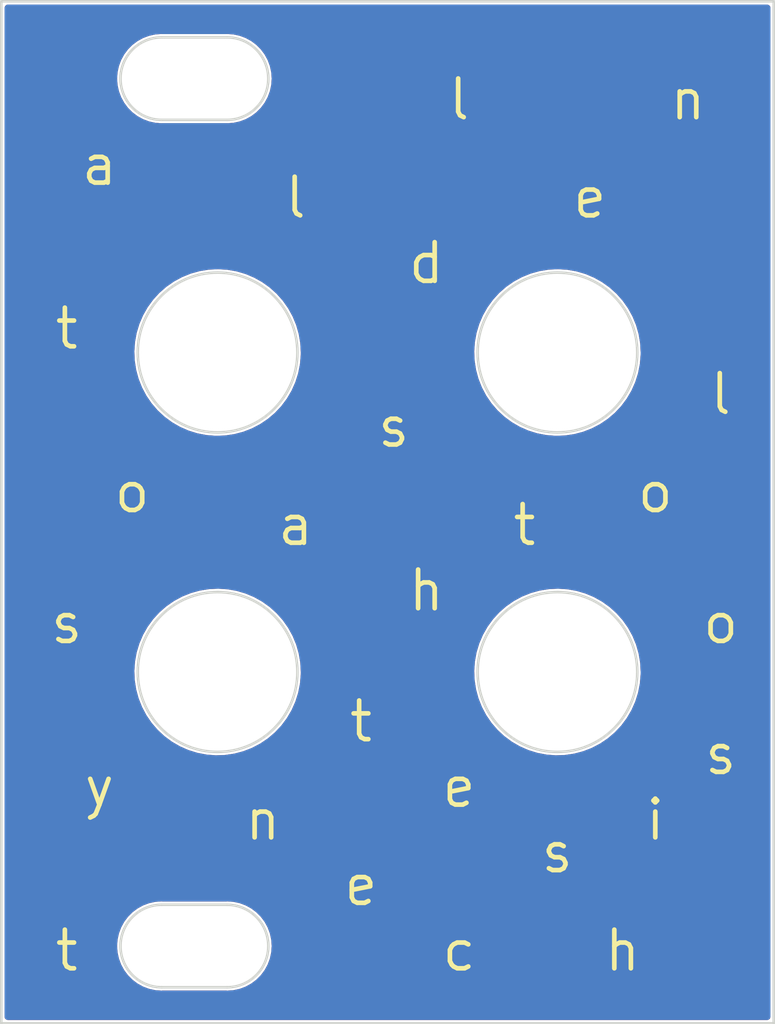
<source format=kicad_pcb>
(kicad_pcb (version 20211014) (generator pcbnew)

  (general
    (thickness 1.6)
  )

  (paper "A4")
  (layers
    (0 "F.Cu" signal)
    (31 "B.Cu" signal)
    (32 "B.Adhes" user "B.Adhesive")
    (33 "F.Adhes" user "F.Adhesive")
    (34 "B.Paste" user)
    (35 "F.Paste" user)
    (36 "B.SilkS" user "B.Silkscreen")
    (37 "F.SilkS" user "F.Silkscreen")
    (38 "B.Mask" user)
    (39 "F.Mask" user)
    (40 "Dwgs.User" user "User.Drawings")
    (41 "Cmts.User" user "User.Comments")
    (42 "Eco1.User" user "User.Eco1")
    (43 "Eco2.User" user "User.Eco2")
    (44 "Edge.Cuts" user)
    (45 "Margin" user)
    (46 "B.CrtYd" user "B.Courtyard")
    (47 "F.CrtYd" user "F.Courtyard")
    (48 "B.Fab" user)
    (49 "F.Fab" user)
    (50 "User.1" user)
    (51 "User.2" user)
    (52 "User.3" user)
    (53 "User.4" user)
    (54 "User.5" user)
    (55 "User.6" user)
    (56 "User.7" user)
    (57 "User.8" user)
    (58 "User.9" user)
  )

  (setup
    (pad_to_mask_clearance 0)
    (pcbplotparams
      (layerselection 0x00010fc_ffffffff)
      (disableapertmacros false)
      (usegerberextensions false)
      (usegerberattributes true)
      (usegerberadvancedattributes true)
      (creategerberjobfile true)
      (svguseinch false)
      (svgprecision 6)
      (excludeedgelayer true)
      (plotframeref false)
      (viasonmask false)
      (mode 1)
      (useauxorigin false)
      (hpglpennumber 1)
      (hpglpenspeed 20)
      (hpglpendiameter 15.000000)
      (dxfpolygonmode true)
      (dxfimperialunits true)
      (dxfusepcbnewfont true)
      (psnegative false)
      (psa4output false)
      (plotreference true)
      (plotvalue true)
      (plotinvisibletext false)
      (sketchpadsonfab false)
      (subtractmaskfromsilk false)
      (outputformat 1)
      (mirror false)
      (drillshape 0)
      (scaleselection 1)
      (outputdirectory "./")
    )
  )

  (net 0 "")

  (gr_circle (center 8.4 13.625) (end 11.5 13.625) (layer "Edge.Cuts") (width 0.1) (fill none) (tstamp 03b21780-41fc-412f-9634-726d758979eb))
  (gr_circle (center 8.4 26.02) (end 11.5 26.02) (layer "Edge.Cuts") (width 0.1) (fill none) (tstamp 092e7d37-8400-4bb1-b982-de410524d5ad))
  (gr_circle (center 21.6 13.625) (end 24.7 13.625) (layer "Edge.Cuts") (width 0.1) (fill none) (tstamp 1436a783-6564-4cf1-b04a-2e5a11e5eb64))
  (gr_line (start 8.77 1.4) (end 6.23 1.4) (layer "Edge.Cuts") (width 0.1) (tstamp 325ed895-5487-4db3-a885-9f6364ea8820))
  (gr_arc (start 6.23 4.6) (mid 4.63 3) (end 6.23 1.4) (layer "Edge.Cuts") (width 0.1) (tstamp 34fd4f0d-8a0e-4c87-9735-a2f8fb0669c5))
  (gr_line (start 8.77 35.05) (end 6.23 35.05) (layer "Edge.Cuts") (width 0.1) (tstamp 3a582103-5d4e-4956-acc4-e64fc6bb88a2))
  (gr_circle (center 21.6 26.02) (end 24.7 26.02) (layer "Edge.Cuts") (width 0.1) (fill none) (tstamp 877b6e9e-21db-4423-88dd-5713442699de))
  (gr_rect (start 0 0) (end 30 39.65) (layer "Edge.Cuts") (width 0.1) (fill none) (tstamp a3acb1a5-1a94-45cb-a7eb-6abc9d5b9709))
  (gr_arc (start 6.23 38.25) (mid 4.63 36.65) (end 6.23 35.05) (layer "Edge.Cuts") (width 0.1) (tstamp a7ca47dd-1151-4851-9fda-27a9e4aedeb2))
  (gr_arc (start 8.77 1.4) (mid 10.37 3) (end 8.77 4.6) (layer "Edge.Cuts") (width 0.1) (tstamp aea8ebdd-24cc-48f6-a569-93b1b6a74142))
  (gr_arc (start 8.77 35.05) (mid 10.37 36.65) (end 8.77 38.25) (layer "Edge.Cuts") (width 0.1) (tstamp d8c36ddf-4b24-4ec0-a65d-ca2a7692767a))
  (gr_line (start 8.77 38.25) (end 6.23 38.25) (layer "Edge.Cuts") (width 0.1) (tstamp dfd57df2-9b3d-44b7-940b-2891e33c9b91))
  (gr_line (start 8.77 4.6) (end 6.23 4.6) (layer "Edge.Cuts") (width 0.1) (tstamp f59167db-872b-4b99-80b8-512ed5d5cee0))
  (gr_text "n" (at 10.16 31.75) (layer "F.SilkS") (tstamp 00933cba-ec0d-4aa1-abc9-1cfc51f01a16)
    (effects (font (size 1.5 1.5) (thickness 0.18)))
  )
  (gr_text "o" (at 5.08 19.05) (layer "F.SilkS") (tstamp 0847b7d3-501a-4c52-b4e0-7f51a1d59aa6)
    (effects (font (size 1.5 1.5) (thickness 0.18)))
  )
  (gr_text "t" (at 13.97 27.94) (layer "F.SilkS") (tstamp 13f15df1-85d9-427e-adf4-63f682b8c906)
    (effects (font (size 1.5 1.5) (thickness 0.18)))
  )
  (gr_text "h" (at 16.51 22.86) (layer "F.SilkS") (tstamp 1c26b2a1-6180-4d81-82a0-b957aec51ced)
    (effects (font (size 1.5 1.5) (thickness 0.18)))
  )
  (gr_text "t" (at 2.54 36.83) (layer "F.SilkS") (tstamp 1ceca03a-f8f2-4010-b86d-48b676d933ec)
    (effects (font (size 1.5 1.5) (thickness 0.18)))
  )
  (gr_text "n" (at 26.67 3.81) (layer "F.SilkS") (tstamp 1efa2a2c-3448-4385-898c-4c1577e22b00)
    (effects (font (size 1.5 1.5) (thickness 0.18)))
  )
  (gr_text "a" (at 11.43 20.32) (layer "F.SilkS") (tstamp 21da7366-3f36-493d-89e0-e98b2adb8e26)
    (effects (font (size 1.5 1.5) (thickness 0.18)))
  )
  (gr_text "t" (at 2.54 12.7) (layer "F.SilkS") (tstamp 25022057-82b0-4c49-907e-d0a6b68009ef)
    (effects (font (size 1.5 1.5) (thickness 0.18)))
  )
  (gr_text "d" (at 16.51 10.16) (layer "F.SilkS") (tstamp 2f3f5b11-727e-43bc-a8ae-a4a5ff1e54ca)
    (effects (font (size 1.5 1.5) (thickness 0.18)))
  )
  (gr_text "h" (at 24.13 36.83) (layer "F.SilkS") (tstamp 448ff7ec-6a16-4e42-9b2d-0967b95502fd)
    (effects (font (size 1.5 1.5) (thickness 0.18)))
  )
  (gr_text "s" (at 2.54 24.13) (layer "F.SilkS") (tstamp 44aa47bd-365c-4577-80d5-7553d9d014dc)
    (effects (font (size 1.5 1.5) (thickness 0.18)))
  )
  (gr_text "t" (at 20.32 20.32) (layer "F.SilkS") (tstamp 4b538ba0-8484-4041-a896-1e2e6185831e)
    (effects (font (size 1.5 1.5) (thickness 0.18)))
  )
  (gr_text "i" (at 25.4 31.75) (layer "F.SilkS") (tstamp 50fbe0e6-6963-4046-a119-94555949febb)
    (effects (font (size 1.5 1.5) (thickness 0.18)))
  )
  (gr_text "e" (at 13.97 34.29) (layer "F.SilkS") (tstamp 54ded1e9-f0ba-4d23-8aa1-228fbd364775)
    (effects (font (size 1.5 1.5) (thickness 0.18)))
  )
  (gr_text "y\n" (at 3.81 30.48) (layer "F.SilkS") (tstamp 6eaea755-9b7d-4dde-a2b7-732ecc73818f)
    (effects (font (size 1.5 1.5) (thickness 0.18)))
  )
  (gr_text "a" (at 3.81 6.35) (layer "F.SilkS") (tstamp 7398263b-8990-41fb-907f-d10d18bfa2f0)
    (effects (font (size 1.5 1.5) (thickness 0.18)))
  )
  (gr_text "s" (at 21.59 33.02) (layer "F.SilkS") (tstamp 7932276f-e466-46ab-8dd0-14c93ec225da)
    (effects (font (size 1.5 1.5) (thickness 0.18)))
  )
  (gr_text "l" (at 17.78 3.81) (layer "F.SilkS") (tstamp 84dacc7f-a77b-42d8-9b09-c921bef5b098)
    (effects (font (size 1.5 1.5) (thickness 0.18)))
  )
  (gr_text "l" (at 27.94 15.24) (layer "F.SilkS") (tstamp 917b6e14-70e8-4470-948d-730eec027d80)
    (effects (font (size 1.5 1.5) (thickness 0.18)))
  )
  (gr_text "e" (at 17.78 30.48) (layer "F.SilkS") (tstamp 92a25898-49c8-4de4-8b88-e267422fab0f)
    (effects (font (size 1.5 1.5) (thickness 0.18)))
  )
  (gr_text "o" (at 27.94 24.13) (layer "F.SilkS") (tstamp 9d05a6cf-a6f3-4790-ad14-ba1a64d0a8b7)
    (effects (font (size 1.5 1.5) (thickness 0.18)))
  )
  (gr_text "e" (at 22.86 7.62) (layer "F.SilkS") (tstamp cc72aed2-4aae-4bd8-a39d-953a894a4e46)
    (effects (font (size 1.5 1.5) (thickness 0.18)))
  )
  (gr_text "c" (at 17.78 36.83) (layer "F.SilkS") (tstamp db44d871-451d-45a4-8ac9-c1e4ae35d5cf)
    (effects (font (size 1.5 1.5) (thickness 0.18)))
  )
  (gr_text "s" (at 15.24 16.51) (layer "F.SilkS") (tstamp dc55ab87-7038-450c-89c4-b7d128d6f5bd)
    (effects (font (size 1.5 1.5) (thickness 0.18)))
  )
  (gr_text "o" (at 25.4 19.05) (layer "F.SilkS") (tstamp e5884003-4a8e-4f88-b334-0ec9eea462f4)
    (effects (font (size 1.5 1.5) (thickness 0.18)))
  )
  (gr_text "l" (at 11.43 7.62) (layer "F.SilkS") (tstamp f8d6de01-495e-41db-8881-c56f47d6e1ab)
    (effects (font (size 1.5 1.5) (thickness 0.18)))
  )
  (gr_text "s" (at 27.94 29.21) (layer "F.SilkS") (tstamp fa85ff52-f8a9-411b-96ae-708e326d7701)
    (effects (font (size 1.5 1.5) (thickness 0.18)))
  )

  (zone (net 0) (net_name "") (layers F&B.Cu) (tstamp a8f1073b-46c5-443e-8c2f-c44fa76db77e) (hatch edge 0.508)
    (connect_pads (clearance 0.127))
    (min_thickness 0.254) (filled_areas_thickness no)
    (fill yes (thermal_gap 0.508) (thermal_bridge_width 0.508))
    (polygon
      (pts
        (xy 30 39.65)
        (xy 0 39.65)
        (xy 0 0)
        (xy 30 0)
      )
    )
    (filled_polygon
      (layer "F.Cu")
      (island)
      (pts
        (xy 29.815121 0.147002)
        (xy 29.861614 0.200658)
        (xy 29.873 0.253)
        (xy 29.873 39.397)
        (xy 29.852998 39.465121)
        (xy 29.799342 39.511614)
        (xy 29.747 39.523)
        (xy 0.253 39.523)
        (xy 0.184879 39.502998)
        (xy 0.138386 39.449342)
        (xy 0.127 39.397)
        (xy 0.127 36.65)
        (xy 4.498589 36.65)
        (xy 4.516212 36.896405)
        (xy 4.517168 36.900799)
        (xy 4.561629 37.105182)
        (xy 4.568723 37.137795)
        (xy 4.57029 37.141997)
        (xy 4.570292 37.142003)
        (xy 4.636208 37.318728)
        (xy 4.655053 37.369254)
        (xy 4.657207 37.373198)
        (xy 4.657208 37.373201)
        (xy 4.751653 37.546164)
        (xy 4.773444 37.586071)
        (xy 4.776145 37.589679)
        (xy 4.918789 37.78023)
        (xy 4.918795 37.780237)
        (xy 4.921487 37.783833)
        (xy 5.096167 37.958513)
        (xy 5.099763 37.961205)
        (xy 5.09977 37.961211)
        (xy 5.219589 38.050906)
        (xy 5.293929 38.106556)
        (xy 5.510746 38.224947)
        (xy 5.514958 38.226518)
        (xy 5.737997 38.309708)
        (xy 5.738003 38.30971)
        (xy 5.742205 38.311277)
        (xy 5.746591 38.312231)
        (xy 5.746594 38.312232)
        (xy 5.889602 38.343341)
        (xy 5.983595 38.363788)
        (xy 6.229649 38.381386)
        (xy 6.23 38.38148)
        (xy 6.246018 38.377188)
        (xy 6.261887 38.377187)
        (xy 6.263308 38.377)
        (xy 8.736692 38.377)
        (xy 8.738113 38.377187)
        (xy 8.753982 38.377188)
        (xy 8.77 38.38148)
        (xy 8.770351 38.381386)
        (xy 8.788852 38.380063)
        (xy 8.788853 38.380063)
        (xy 9.011917 38.364109)
        (xy 9.016405 38.363788)
        (xy 9.110398 38.343341)
        (xy 9.253406 38.312232)
        (xy 9.253409 38.312231)
        (xy 9.257795 38.311277)
        (xy 9.261997 38.30971)
        (xy 9.262003 38.309708)
        (xy 9.485042 38.226518)
        (xy 9.489254 38.224947)
        (xy 9.706071 38.106556)
        (xy 9.780411 38.050906)
        (xy 9.90023 37.961211)
        (xy 9.900237 37.961205)
        (xy 9.903833 37.958513)
        (xy 10.078513 37.783833)
        (xy 10.081205 37.780237)
        (xy 10.081211 37.78023)
        (xy 10.223855 37.589679)
        (xy 10.226556 37.586071)
        (xy 10.248347 37.546164)
        (xy 10.342792 37.373201)
        (xy 10.342793 37.373198)
        (xy 10.344947 37.369254)
        (xy 10.363792 37.318728)
        (xy 10.429708 37.142003)
        (xy 10.42971 37.141997)
        (xy 10.431277 37.137795)
        (xy 10.438372 37.105182)
        (xy 10.482832 36.900799)
        (xy 10.483788 36.896405)
        (xy 10.501411 36.65)
        (xy 10.483788 36.403595)
        (xy 10.463341 36.309602)
        (xy 10.432232 36.166594)
        (xy 10.432231 36.166591)
        (xy 10.431277 36.162205)
        (xy 10.42971 36.158003)
        (xy 10.429708 36.157997)
        (xy 10.346518 35.934958)
        (xy 10.344947 35.930746)
        (xy 10.264923 35.784192)
        (xy 10.228715 35.717883)
        (xy 10.226556 35.713929)
        (xy 10.147582 35.608432)
        (xy 10.081211 35.51977)
        (xy 10.081205 35.519763)
        (xy 10.078513 35.516167)
        (xy 9.903833 35.341487)
        (xy 9.900237 35.338795)
        (xy 9.90023 35.338789)
        (xy 9.709679 35.196145)
        (xy 9.70968 35.196145)
        (xy 9.706071 35.193444)
        (xy 9.489254 35.075053)
        (xy 9.485042 35.073482)
        (xy 9.262003 34.990292)
        (xy 9.261997 34.99029)
        (xy 9.257795 34.988723)
        (xy 9.253409 34.987769)
        (xy 9.253406 34.987768)
        (xy 9.110398 34.956659)
        (xy 9.016405 34.936212)
        (xy 8.770351 34.918614)
        (xy 8.77 34.91852)
        (xy 8.753982 34.922812)
        (xy 8.738113 34.922813)
        (xy 8.736692 34.923)
        (xy 6.263308 34.923)
        (xy 6.261887 34.922813)
        (xy 6.246018 34.922812)
        (xy 6.23 34.91852)
        (xy 6.229649 34.918614)
        (xy 6.211148 34.919937)
        (xy 6.211147 34.919937)
        (xy 5.988083 34.935891)
        (xy 5.983595 34.936212)
        (xy 5.889602 34.956659)
        (xy 5.746594 34.987768)
        (xy 5.746591 34.987769)
        (xy 5.742205 34.988723)
        (xy 5.738003 34.99029)
        (xy 5.737997 34.990292)
        (xy 5.514958 35.073482)
        (xy 5.510746 35.075053)
        (xy 5.293929 35.193444)
        (xy 5.29032 35.196145)
        (xy 5.290321 35.196145)
        (xy 5.09977 35.338789)
        (xy 5.099763 35.338795)
        (xy 5.096167 35.341487)
        (xy 4.921487 35.516167)
        (xy 4.918795 35.519763)
        (xy 4.918789 35.51977)
        (xy 4.852418 35.608432)
        (xy 4.773444 35.713929)
        (xy 4.771285 35.717883)
        (xy 4.735078 35.784192)
        (xy 4.655053 35.930746)
        (xy 4.653482 35.934958)
        (xy 4.570292 36.157997)
        (xy 4.57029 36.158003)
        (xy 4.568723 36.162205)
        (xy 4.567769 36.166591)
        (xy 4.567768 36.166594)
        (xy 4.536659 36.309602)
        (xy 4.516212 36.403595)
        (xy 4.498589 36.65)
        (xy 0.127 36.65)
        (xy 0.127 25.974873)
        (xy 5.16823 25.974873)
        (xy 5.18334 26.335396)
        (xy 5.238544 26.691988)
        (xy 5.333152 27.040205)
        (xy 5.465986 27.375705)
        (xy 5.467632 27.378801)
        (xy 5.467634 27.378805)
        (xy 5.633741 27.691206)
        (xy 5.63539 27.694307)
        (xy 5.637375 27.697206)
        (xy 5.837262 27.989134)
        (xy 5.837267 27.98914)
        (xy 5.839253 27.992041)
        (xy 6.075033 28.265195)
        (xy 6.339791 28.510364)
        (xy 6.630229 28.724493)
        (xy 6.633266 28.726247)
        (xy 6.63327 28.726249)
        (xy 6.798992 28.821929)
        (xy 6.942725 28.904913)
        (xy 6.945946 28.90632)
        (xy 7.270164 29.047968)
        (xy 7.270174 29.047972)
        (xy 7.273386 29.049375)
        (xy 7.276743 29.050414)
        (xy 7.276748 29.050416)
        (xy 7.614728 29.155038)
        (xy 7.618088 29.156078)
        (xy 7.621544 29.156737)
        (xy 7.621543 29.156737)
        (xy 7.969085 29.223035)
        (xy 7.969091 29.223036)
        (xy 7.972536 29.223693)
        (xy 8.211187 29.242056)
        (xy 8.328815 29.251107)
        (xy 8.328816 29.251107)
        (xy 8.332312 29.251376)
        (xy 8.557744 29.243504)
        (xy 8.689417 29.238906)
        (xy 8.689422 29.238906)
        (xy 8.692932 29.238783)
        (xy 8.871416 29.212427)
        (xy 9.046422 29.186584)
        (xy 9.046427 29.186583)
        (xy 9.049901 29.18607)
        (xy 9.053293 29.185174)
        (xy 9.053297 29.185173)
        (xy 9.395378 29.094792)
        (xy 9.395379 29.094792)
        (xy 9.398769 29.093896)
        (xy 9.735189 28.963407)
        (xy 10.054966 28.796231)
        (xy 10.354116 28.594452)
        (xy 10.628909 28.360585)
        (xy 10.657246 28.330409)
        (xy 10.87351 28.100112)
        (xy 10.873514 28.100107)
        (xy 10.875921 28.097544)
        (xy 10.878026 28.09473)
        (xy 10.878032 28.094723)
        (xy 11.089963 27.811428)
        (xy 11.092072 27.808609)
        (xy 11.274669 27.497379)
        (xy 11.421436 27.167736)
        (xy 11.530543 26.823787)
        (xy 11.600631 26.469819)
        (xy 11.630825 26.110245)
        (xy 11.632085 26.02)
        (xy 11.62976 25.9784)
        (xy 11.629563 25.974873)
        (xy 18.36823 25.974873)
        (xy 18.38334 26.335396)
        (xy 18.438544 26.691988)
        (xy 18.533152 27.040205)
        (xy 18.665986 27.375705)
        (xy 18.667632 27.378801)
        (xy 18.667634 27.378805)
        (xy 18.833741 27.691206)
        (xy 18.83539 27.694307)
        (xy 18.837375 27.697206)
        (xy 19.037262 27.989134)
        (xy 19.037267 27.98914)
        (xy 19.039253 27.992041)
        (xy 19.275033 28.265195)
        (xy 19.539791 28.510364)
        (xy 19.830229 28.724493)
        (xy 19.833266 28.726247)
        (xy 19.83327 28.726249)
        (xy 19.998992 28.821929)
        (xy 20.142725 28.904913)
        (xy 20.145946 28.90632)
        (xy 20.470164 29.047968)
        (xy 20.470174 29.047972)
        (xy 20.473386 29.049375)
        (xy 20.476743 29.050414)
        (xy 20.476748 29.050416)
        (xy 20.814728 29.155038)
        (xy 20.818088 29.156078)
        (xy 20.821544 29.156737)
        (xy 20.821543 29.156737)
        (xy 21.169085 29.223035)
        (xy 21.169091 29.223036)
        (xy 21.172536 29.223693)
        (xy 21.411187 29.242056)
        (xy 21.528815 29.251107)
        (xy 21.528816 29.251107)
        (xy 21.532312 29.251376)
        (xy 21.757744 29.243504)
        (xy 21.889417 29.238906)
        (xy 21.889422 29.238906)
        (xy 21.892932 29.238783)
        (xy 22.071416 29.212427)
        (xy 22.246422 29.186584)
        (xy 22.246427 29.186583)
        (xy 22.249901 29.18607)
        (xy 22.253293 29.185174)
        (xy 22.253297 29.185173)
        (xy 22.595378 29.094792)
        (xy 22.595379 29.094792)
        (xy 22.598769 29.093896)
        (xy 22.935189 28.963407)
        (xy 23.254966 28.796231)
        (xy 23.554116 28.594452)
        (xy 23.828909 28.360585)
        (xy 23.857246 28.330409)
        (xy 24.07351 28.100112)
        (xy 24.073514 28.100107)
        (xy 24.075921 28.097544)
        (xy 24.078026 28.09473)
        (xy 24.078032 28.094723)
        (xy 24.289963 27.811428)
        (xy 24.292072 27.808609)
        (xy 24.474669 27.497379)
        (xy 24.621436 27.167736)
        (xy 24.730543 26.823787)
        (xy 24.800631 26.469819)
        (xy 24.830825 26.110245)
        (xy 24.832085 26.02)
        (xy 24.82976 25.9784)
        (xy 24.812138 25.663232)
        (xy 24.811942 25.659723)
        (xy 24.751766 25.303936)
        (xy 24.652305 24.957075)
        (xy 24.545563 24.6981)
        (xy 24.516137 24.626707)
        (xy 24.516133 24.6267)
        (xy 24.514799 24.623462)
        (xy 24.340964 24.307256)
        (xy 24.31625 24.272221)
        (xy 24.134995 24.015277)
        (xy 24.134994 24.015276)
        (xy 24.132964 24.012398)
        (xy 24.010273 23.874207)
        (xy 23.895726 23.745189)
        (xy 23.89572 23.745183)
        (xy 23.893393 23.742562)
        (xy 23.860967 23.713365)
        (xy 23.627857 23.503472)
        (xy 23.627856 23.503471)
        (xy 23.625237 23.501113)
        (xy 23.526286 23.430271)
        (xy 23.334705 23.293112)
        (xy 23.334698 23.293108)
        (xy 23.331838 23.29106)
        (xy 23.016853 23.115021)
        (xy 22.684208 22.97519)
        (xy 22.680839 22.974199)
        (xy 22.680835 22.974197)
        (xy 22.527957 22.929203)
        (xy 22.338049 22.87331)
        (xy 21.982692 22.810651)
        (xy 21.979183 22.81043)
        (xy 21.979181 22.81043)
        (xy 21.626082 22.788215)
        (xy 21.626076 22.788215)
        (xy 21.622564 22.787994)
        (xy 21.520496 22.792986)
        (xy 21.265662 22.805449)
        (xy 21.265653 22.80545)
        (xy 21.262155 22.805621)
        (xy 21.258687 22.806183)
        (xy 21.258684 22.806183)
        (xy 20.909432 22.862749)
        (xy 20.909429 22.86275)
        (xy 20.905957 22.863312)
        (xy 20.90257 22.864258)
        (xy 20.902564 22.864259)
        (xy 20.615774 22.944333)
        (xy 20.55841 22.960349)
        (xy 20.518304 22.976553)
        (xy 20.227109 23.094203)
        (xy 20.227105 23.094205)
        (xy 20.223845 23.095522)
        (xy 20.220758 23.097191)
        (xy 20.220754 23.097193)
        (xy 20.190303 23.113658)
        (xy 19.906433 23.267146)
        (xy 19.61013 23.473082)
        (xy 19.607488 23.475395)
        (xy 19.607484 23.475398)
        (xy 19.575416 23.503472)
        (xy 19.338629 23.710764)
        (xy 19.095314 23.977228)
        (xy 18.883217 24.269153)
        (xy 18.704983 24.582901)
        (xy 18.562834 24.914562)
        (xy 18.458539 25.260001)
        (xy 18.393401 25.614912)
        (xy 18.371604 25.926616)
        (xy 18.36823 25.974873)
        (xy 11.629563 25.974873)
        (xy 11.612138 25.663232)
        (xy 11.611942 25.659723)
        (xy 11.551766 25.303936)
        (xy 11.452305 24.957075)
        (xy 11.345563 24.6981)
        (xy 11.316137 24.626707)
        (xy 11.316133 24.6267)
        (xy 11.314799 24.623462)
        (xy 11.140964 24.307256)
        (xy 11.11625 24.272221)
        (xy 10.934995 24.015277)
        (xy 10.934994 24.015276)
        (xy 10.932964 24.012398)
        (xy 10.810273 23.874207)
        (xy 10.695726 23.745189)
        (xy 10.69572 23.745183)
        (xy 10.693393 23.742562)
        (xy 10.660967 23.713365)
        (xy 10.427857 23.503472)
        (xy 10.427856 23.503471)
        (xy 10.425237 23.501113)
        (xy 10.326286 23.430271)
        (xy 10.134705 23.293112)
        (xy 10.134698 23.293108)
        (xy 10.131838 23.29106)
        (xy 9.816853 23.115021)
        (xy 9.484208 22.97519)
        (xy 9.480839 22.974199)
        (xy 9.480835 22.974197)
        (xy 9.327957 22.929203)
        (xy 9.138049 22.87331)
        (xy 8.782692 22.810651)
        (xy 8.779183 22.81043)
        (xy 8.779181 22.81043)
        (xy 8.426082 22.788215)
        (xy 8.426076 22.788215)
        (xy 8.422564 22.787994)
        (xy 8.320496 22.792986)
        (xy 8.065662 22.805449)
        (xy 8.065653 22.80545)
        (xy 8.062155 22.805621)
        (xy 8.058687 22.806183)
        (xy 8.058684 22.806183)
        (xy 7.709432 22.862749)
        (xy 7.709429 22.86275)
        (xy 7.705957 22.863312)
        (xy 7.70257 22.864258)
        (xy 7.702564 22.864259)
        (xy 7.415774 22.944333)
        (xy 7.35841 22.960349)
        (xy 7.318304 22.976553)
        (xy 7.027109 23.094203)
        (xy 7.027105 23.094205)
        (xy 7.023845 23.095522)
        (xy 7.020758 23.097191)
        (xy 7.020754 23.097193)
        (xy 6.990303 23.113658)
        (xy 6.706433 23.267146)
        (xy 6.41013 23.473082)
        (xy 6.407488 23.475395)
        (xy 6.407484 23.475398)
        (xy 6.375416 23.503472)
        (xy 6.138629 23.710764)
        (xy 5.895314 23.977228)
        (xy 5.683217 24.269153)
        (xy 5.504983 24.582901)
        (xy 5.362834 24.914562)
        (xy 5.258539 25.260001)
        (xy 5.193401 25.614912)
        (xy 5.171604 25.926616)
        (xy 5.16823 25.974873)
        (xy 0.127 25.974873)
        (xy 0.127 13.579873)
        (xy 5.16823 13.579873)
        (xy 5.18334 13.940396)
        (xy 5.238544 14.296988)
        (xy 5.333152 14.645205)
        (xy 5.465986 14.980705)
        (xy 5.467632 14.983801)
        (xy 5.467634 14.983805)
        (xy 5.633741 15.296206)
        (xy 5.63539 15.299307)
        (xy 5.637375 15.302206)
        (xy 5.837262 15.594134)
        (xy 5.837267 15.59414)
        (xy 5.839253 15.597041)
        (xy 6.075033 15.870195)
        (xy 6.339791 16.115364)
        (xy 6.630229 16.329493)
        (xy 6.633266 16.331247)
        (xy 6.63327 16.331249)
        (xy 6.798992 16.426929)
        (xy 6.942725 16.509913)
        (xy 6.945946 16.51132)
        (xy 7.270164 16.652968)
        (xy 7.270174 16.652972)
        (xy 7.273386 16.654375)
        (xy 7.276743 16.655414)
        (xy 7.276748 16.655416)
        (xy 7.614728 16.760038)
        (xy 7.618088 16.761078)
        (xy 7.621544 16.761737)
        (xy 7.621543 16.761737)
        (xy 7.969085 16.828035)
        (xy 7.969091 16.828036)
        (xy 7.972536 16.828693)
        (xy 8.211187 16.847056)
        (xy 8.328815 16.856107)
        (xy 8.328816 16.856107)
        (xy 8.332312 16.856376)
        (xy 8.557744 16.848504)
        (xy 8.689417 16.843906)
        (xy 8.689422 16.843906)
        (xy 8.692932 16.843783)
        (xy 8.871417 16.817426)
        (xy 9.046422 16.791584)
        (xy 9.046427 16.791583)
        (xy 9.049901 16.79107)
        (xy 9.053293 16.790174)
        (xy 9.053297 16.790173)
        (xy 9.395378 16.699792)
        (xy 9.395379 16.699792)
        (xy 9.398769 16.698896)
        (xy 9.735189 16.568407)
        (xy 10.054966 16.401231)
        (xy 10.354116 16.199452)
        (xy 10.628909 15.965585)
        (xy 10.657246 15.935409)
        (xy 10.87351 15.705112)
        (xy 10.873514 15.705107)
        (xy 10.875921 15.702544)
        (xy 10.878026 15.69973)
        (xy 10.878032 15.699723)
        (xy 11.089963 15.416428)
        (xy 11.092072 15.413609)
        (xy 11.274669 15.102379)
        (xy 11.421436 14.772736)
        (xy 11.530543 14.428787)
        (xy 11.600631 14.074819)
        (xy 11.630825 13.715245)
        (xy 11.632085 13.625)
        (xy 11.62976 13.5834)
        (xy 11.629563 13.579873)
        (xy 18.36823 13.579873)
        (xy 18.38334 13.940396)
        (xy 18.438544 14.296988)
        (xy 18.533152 14.645205)
        (xy 18.665986 14.980705)
        (xy 18.667632 14.983801)
        (xy 18.667634 14.983805)
        (xy 18.833741 15.296206)
        (xy 18.83539 15.299307)
        (xy 18.837375 15.302206)
        (xy 19.037262 15.594134)
        (xy 19.037267 15.59414)
        (xy 19.039253 15.597041)
        (xy 19.275033 15.870195)
        (xy 19.539791 16.115364)
        (xy 19.830229 16.329493)
        (xy 19.833266 16.331247)
        (xy 19.83327 16.331249)
        (xy 19.998992 16.426929)
        (xy 20.142725 16.509913)
        (xy 20.145946 16.51132)
        (xy 20.470164 16.652968)
        (xy 20.470174 16.652972)
        (xy 20.473386 16.654375)
        (xy 20.476743 16.655414)
        (xy 20.476748 16.655416)
        (xy 20.814728 16.760038)
        (xy 20.818088 16.761078)
        (xy 20.821544 16.761737)
        (xy 20.821543 16.761737)
        (xy 21.169085 16.828035)
        (xy 21.169091 16.828036)
        (xy 21.172536 16.828693)
        (xy 21.411187 16.847056)
        (xy 21.528815 16.856107)
        (xy 21.528816 16.856107)
        (xy 21.532312 16.856376)
        (xy 21.757744 16.848504)
        (xy 21.889417 16.843906)
        (xy 21.889422 16.843906)
        (xy 21.892932 16.843783)
        (xy 22.071416 16.817427)
        (xy 22.246422 16.791584)
        (xy 22.246427 16.791583)
        (xy 22.249901 16.79107)
        (xy 22.253293 16.790174)
        (xy 22.253297 16.790173)
        (xy 22.595378 16.699792)
        (xy 22.595379 16.699792)
        (xy 22.598769 16.698896)
        (xy 22.935189 16.568407)
        (xy 23.254966 16.401231)
        (xy 23.554116 16.199452)
        (xy 23.828909 15.965585)
        (xy 23.857246 15.935409)
        (xy 24.07351 15.705112)
        (xy 24.073514 15.705107)
        (xy 24.075921 15.702544)
        (xy 24.078026 15.69973)
        (xy 24.078032 15.699723)
        (xy 24.289963 15.416428)
        (xy 24.292072 15.413609)
        (xy 24.474669 15.102379)
        (xy 24.621436 14.772736)
        (xy 24.730543 14.428787)
        (xy 24.800631 14.074819)
        (xy 24.830825 13.715245)
        (xy 24.832085 13.625)
        (xy 24.82976 13.5834)
        (xy 24.812138 13.268232)
        (xy 24.811942 13.264723)
        (xy 24.751766 12.908936)
        (xy 24.652305 12.562075)
        (xy 24.545563 12.3031)
        (xy 24.516137 12.231707)
        (xy 24.516133 12.2317)
        (xy 24.514799 12.228462)
        (xy 24.340964 11.912256)
        (xy 24.31625 11.877221)
        (xy 24.134995 11.620277)
        (xy 24.134994 11.620276)
        (xy 24.132964 11.617398)
        (xy 24.010273 11.479207)
        (xy 23.895726 11.350189)
        (xy 23.89572 11.350183)
        (xy 23.893393 11.347562)
        (xy 23.860967 11.318365)
        (xy 23.627857 11.108472)
        (xy 23.627856 11.108471)
        (xy 23.625237 11.106113)
        (xy 23.526286 11.035271)
        (xy 23.334705 10.898112)
        (xy 23.334698 10.898108)
        (xy 23.331838 10.89606)
        (xy 23.016853 10.720021)
        (xy 22.684208 10.58019)
        (xy 22.680839 10.579199)
        (xy 22.680835 10.579197)
        (xy 22.527957 10.534203)
        (xy 22.338049 10.47831)
        (xy 21.982692 10.415651)
        (xy 21.979183 10.41543)
        (xy 21.979181 10.41543)
        (xy 21.626082 10.393215)
        (xy 21.626076 10.393215)
        (xy 21.622564 10.392994)
        (xy 21.520496 10.397986)
        (xy 21.265662 10.410449)
        (xy 21.265653 10.41045)
        (xy 21.262155 10.410621)
        (xy 21.258687 10.411183)
        (xy 21.258684 10.411183)
        (xy 20.909432 10.467749)
        (xy 20.909429 10.46775)
        (xy 20.905957 10.468312)
        (xy 20.90257 10.469258)
        (xy 20.902564 10.469259)
        (xy 20.615774 10.549333)
        (xy 20.55841 10.565349)
        (xy 20.518304 10.581553)
        (xy 20.227109 10.699203)
        (xy 20.227105 10.699205)
        (xy 20.223845 10.700522)
        (xy 20.220758 10.702191)
        (xy 20.220754 10.702193)
        (xy 20.190303 10.718658)
        (xy 19.906433 10.872146)
        (xy 19.61013 11.078082)
        (xy 19.607488 11.080395)
        (xy 19.607484 11.080398)
        (xy 19.575416 11.108472)
        (xy 19.338629 11.315764)
        (xy 19.095314 11.582228)
        (xy 18.883217 11.874153)
        (xy 18.704983 12.187901)
        (xy 18.562834 12.519562)
        (xy 18.458539 12.865001)
        (xy 18.393401 13.219912)
        (xy 18.371604 13.531616)
        (xy 18.36823 13.579873)
        (xy 11.629563 13.579873)
        (xy 11.612138 13.268232)
        (xy 11.611942 13.264723)
        (xy 11.551766 12.908936)
        (xy 11.452305 12.562075)
        (xy 11.345563 12.3031)
        (xy 11.316137 12.231707)
        (xy 11.316133 12.2317)
        (xy 11.314799 12.228462)
        (xy 11.140964 11.912256)
        (xy 11.11625 11.877221)
        (xy 10.934995 11.620277)
        (xy 10.934994 11.620276)
        (xy 10.932964 11.617398)
        (xy 10.810273 11.479207)
        (xy 10.695726 11.350189)
        (xy 10.69572 11.350183)
        (xy 10.693393 11.347562)
        (xy 10.660967 11.318365)
        (xy 10.427857 11.108472)
        (xy 10.427856 11.108471)
        (xy 10.425237 11.106113)
        (xy 10.326286 11.035271)
        (xy 10.134705 10.898112)
        (xy 10.134698 10.898108)
        (xy 10.131838 10.89606)
        (xy 9.816853 10.720021)
        (xy 9.484208 10.58019)
        (xy 9.480839 10.579199)
        (xy 9.480835 10.579197)
        (xy 9.327957 10.534203)
        (xy 9.138049 10.47831)
        (xy 8.782692 10.415651)
        (xy 8.779183 10.41543)
        (xy 8.779181 10.41543)
        (xy 8.426082 10.393215)
        (xy 8.426076 10.393215)
        (xy 8.422564 10.392994)
        (xy 8.320496 10.397986)
        (xy 8.065662 10.410449)
        (xy 8.065653 10.41045)
        (xy 8.062155 10.410621)
        (xy 8.058687 10.411183)
        (xy 8.058684 10.411183)
        (xy 7.709432 10.467749)
        (xy 7.709429 10.46775)
        (xy 7.705957 10.468312)
        (xy 7.70257 10.469258)
        (xy 7.702564 10.469259)
        (xy 7.415774 10.549333)
        (xy 7.35841 10.565349)
        (xy 7.318304 10.581553)
        (xy 7.027109 10.699203)
        (xy 7.027105 10.699205)
        (xy 7.023845 10.700522)
        (xy 7.020758 10.702191)
        (xy 7.020754 10.702193)
        (xy 6.990303 10.718658)
        (xy 6.706433 10.872146)
        (xy 6.41013 11.078082)
        (xy 6.407488 11.080395)
        (xy 6.407484 11.080398)
        (xy 6.375416 11.108472)
        (xy 6.138629 11.315764)
        (xy 5.895314 11.582228)
        (xy 5.683217 11.874153)
        (xy 5.504983 12.187901)
        (xy 5.362834 12.519562)
        (xy 5.258539 12.865001)
        (xy 5.193401 13.219912)
        (xy 5.171604 13.531616)
        (xy 5.16823 13.579873)
        (xy 0.127 13.579873)
        (xy 0.127 3)
        (xy 4.498589 3)
        (xy 4.516212 3.246405)
        (xy 4.517168 3.250799)
        (xy 4.561629 3.455182)
        (xy 4.568723 3.487795)
        (xy 4.57029 3.491997)
        (xy 4.570292 3.492003)
        (xy 4.636208 3.668728)
        (xy 4.655053 3.719254)
        (xy 4.657207 3.723198)
        (xy 4.657208 3.723201)
        (xy 4.751653 3.896164)
        (xy 4.773444 3.936071)
        (xy 4.776145 3.939679)
        (xy 4.918789 4.13023)
        (xy 4.918795 4.130237)
        (xy 4.921487 4.133833)
        (xy 5.096167 4.308513)
        (xy 5.099763 4.311205)
        (xy 5.09977 4.311211)
        (xy 5.219589 4.400906)
        (xy 5.293929 4.456556)
        (xy 5.510746 4.574947)
        (xy 5.514958 4.576518)
        (xy 5.737997 4.659708)
        (xy 5.738003 4.65971)
        (xy 5.742205 4.661277)
        (xy 5.746591 4.662231)
        (xy 5.746594 4.662232)
        (xy 5.889602 4.693341)
        (xy 5.983595 4.713788)
        (xy 6.229649 4.731386)
        (xy 6.23 4.73148)
        (xy 6.246018 4.727188)
        (xy 6.261887 4.727187)
        (xy 6.263308 4.727)
        (xy 8.736692 4.727)
        (xy 8.738113 4.727187)
        (xy 8.753982 4.727188)
        (xy 8.77 4.73148)
        (xy 8.770351 4.731386)
        (xy 8.788852 4.730063)
        (xy 8.788853 4.730063)
        (xy 9.011917 4.714109)
        (xy 9.016405 4.713788)
        (xy 9.110398 4.693341)
        (xy 9.253406 4.662232)
        (xy 9.253409 4.662231)
        (xy 9.257795 4.661277)
        (xy 9.261997 4.65971)
        (xy 9.262003 4.659708)
        (xy 9.485042 4.576518)
        (xy 9.489254 4.574947)
        (xy 9.706071 4.456556)
        (xy 9.780411 4.400906)
        (xy 9.90023 4.311211)
        (xy 9.900237 4.311205)
        (xy 9.903833 4.308513)
        (xy 10.078513 4.133833)
        (xy 10.081205 4.130237)
        (xy 10.081211 4.13023)
        (xy 10.223855 3.939679)
        (xy 10.226556 3.936071)
        (xy 10.248347 3.896164)
        (xy 10.342792 3.723201)
        (xy 10.342793 3.723198)
        (xy 10.344947 3.719254)
        (xy 10.363792 3.668728)
        (xy 10.429708 3.492003)
        (xy 10.42971 3.491997)
        (xy 10.431277 3.487795)
        (xy 10.438372 3.455182)
        (xy 10.482832 3.250799)
        (xy 10.483788 3.246405)
        (xy 10.501411 3)
        (xy 10.483788 2.753595)
        (xy 10.463341 2.659602)
        (xy 10.432232 2.516594)
        (xy 10.432231 2.516591)
        (xy 10.431277 2.512205)
        (xy 10.42971 2.508003)
        (xy 10.429708 2.507997)
        (xy 10.346518 2.284958)
        (xy 10.344947 2.280746)
        (xy 10.264923 2.134192)
        (xy 10.228715 2.067883)
        (xy 10.226556 2.063929)
        (xy 10.147582 1.958432)
        (xy 10.081211 1.86977)
        (xy 10.081205 1.869763)
        (xy 10.078513 1.866167)
        (xy 9.903833 1.691487)
        (xy 9.900237 1.688795)
        (xy 9.90023 1.688789)
        (xy 9.709679 1.546145)
        (xy 9.70968 1.546145)
        (xy 9.706071 1.543444)
        (xy 9.489254 1.425053)
        (xy 9.485042 1.423482)
        (xy 9.262003 1.340292)
        (xy 9.261997 1.34029)
        (xy 9.257795 1.338723)
        (xy 9.253409 1.337769)
        (xy 9.253406 1.337768)
        (xy 9.110398 1.306659)
        (xy 9.016405 1.286212)
        (xy 8.770351 1.268614)
        (xy 8.77 1.26852)
        (xy 8.753982 1.272812)
        (xy 8.738113 1.272813)
        (xy 8.736692 1.273)
        (xy 6.263308 1.273)
        (xy 6.261887 1.272813)
        (xy 6.246018 1.272812)
        (xy 6.23 1.26852)
        (xy 6.229649 1.268614)
        (xy 6.211148 1.269937)
        (xy 6.211147 1.269937)
        (xy 5.988083 1.285891)
        (xy 5.983595 1.286212)
        (xy 5.889602 1.306659)
        (xy 5.746594 1.337768)
        (xy 5.746591 1.337769)
        (xy 5.742205 1.338723)
        (xy 5.738003 1.34029)
        (xy 5.737997 1.340292)
        (xy 5.514958 1.423482)
        (xy 5.510746 1.425053)
        (xy 5.293929 1.543444)
        (xy 5.29032 1.546145)
        (xy 5.290321 1.546145)
        (xy 5.09977 1.688789)
        (xy 5.099763 1.688795)
        (xy 5.096167 1.691487)
        (xy 4.921487 1.866167)
        (xy 4.918795 1.869763)
        (xy 4.918789 1.86977)
        (xy 4.852418 1.958432)
        (xy 4.773444 2.063929)
        (xy 4.771285 2.067883)
        (xy 4.735078 2.134192)
        (xy 4.655053 2.280746)
        (xy 4.653482 2.284958)
        (xy 4.570292 2.507997)
        (xy 4.57029 2.508003)
        (xy 4.568723 2.512205)
        (xy 4.567769 2.516591)
        (xy 4.567768 2.516594)
        (xy 4.536659 2.659602)
        (xy 4.516212 2.753595)
        (xy 4.498589 3)
        (xy 0.127 3)
        (xy 0.127 0.253)
        (xy 0.147002 0.184879)
        (xy 0.200658 0.138386)
        (xy 0.253 0.127)
        (xy 29.747 0.127)
      )
    )
    (filled_polygon
      (layer "B.Cu")
      (island)
      (pts
        (xy 29.815121 0.147002)
        (xy 29.861614 0.200658)
        (xy 29.873 0.253)
        (xy 29.873 39.397)
        (xy 29.852998 39.465121)
        (xy 29.799342 39.511614)
        (xy 29.747 39.523)
        (xy 0.253 39.523)
        (xy 0.184879 39.502998)
        (xy 0.138386 39.449342)
        (xy 0.127 39.397)
        (xy 0.127 36.65)
        (xy 4.498589 36.65)
        (xy 4.516212 36.896405)
        (xy 4.517168 36.900799)
        (xy 4.561629 37.105182)
        (xy 4.568723 37.137795)
        (xy 4.57029 37.141997)
        (xy 4.570292 37.142003)
        (xy 4.636208 37.318728)
        (xy 4.655053 37.369254)
        (xy 4.657207 37.373198)
        (xy 4.657208 37.373201)
        (xy 4.751653 37.546164)
        (xy 4.773444 37.586071)
        (xy 4.776145 37.589679)
        (xy 4.918789 37.78023)
        (xy 4.918795 37.780237)
        (xy 4.921487 37.783833)
        (xy 5.096167 37.958513)
        (xy 5.099763 37.961205)
        (xy 5.09977 37.961211)
        (xy 5.219589 38.050906)
        (xy 5.293929 38.106556)
        (xy 5.510746 38.224947)
        (xy 5.514958 38.226518)
        (xy 5.737997 38.309708)
        (xy 5.738003 38.30971)
        (xy 5.742205 38.311277)
        (xy 5.746591 38.312231)
        (xy 5.746594 38.312232)
        (xy 5.889602 38.343341)
        (xy 5.983595 38.363788)
        (xy 6.229649 38.381386)
        (xy 6.23 38.38148)
        (xy 6.246018 38.377188)
        (xy 6.261887 38.377187)
        (xy 6.263308 38.377)
        (xy 8.736692 38.377)
        (xy 8.738113 38.377187)
        (xy 8.753982 38.377188)
        (xy 8.77 38.38148)
        (xy 8.770351 38.381386)
        (xy 8.788852 38.380063)
        (xy 8.788853 38.380063)
        (xy 9.011917 38.364109)
        (xy 9.016405 38.363788)
        (xy 9.110398 38.343341)
        (xy 9.253406 38.312232)
        (xy 9.253409 38.312231)
        (xy 9.257795 38.311277)
        (xy 9.261997 38.30971)
        (xy 9.262003 38.309708)
        (xy 9.485042 38.226518)
        (xy 9.489254 38.224947)
        (xy 9.706071 38.106556)
        (xy 9.780411 38.050906)
        (xy 9.90023 37.961211)
        (xy 9.900237 37.961205)
        (xy 9.903833 37.958513)
        (xy 10.078513 37.783833)
        (xy 10.081205 37.780237)
        (xy 10.081211 37.78023)
        (xy 10.223855 37.589679)
        (xy 10.226556 37.586071)
        (xy 10.248347 37.546164)
        (xy 10.342792 37.373201)
        (xy 10.342793 37.373198)
        (xy 10.344947 37.369254)
        (xy 10.363792 37.318728)
        (xy 10.429708 37.142003)
        (xy 10.42971 37.141997)
        (xy 10.431277 37.137795)
        (xy 10.438372 37.105182)
        (xy 10.482832 36.900799)
        (xy 10.483788 36.896405)
        (xy 10.501411 36.65)
        (xy 10.483788 36.403595)
        (xy 10.463341 36.309602)
        (xy 10.432232 36.166594)
        (xy 10.432231 36.166591)
        (xy 10.431277 36.162205)
        (xy 10.42971 36.158003)
        (xy 10.429708 36.157997)
        (xy 10.346518 35.934958)
        (xy 10.344947 35.930746)
        (xy 10.264923 35.784192)
        (xy 10.228715 35.717883)
        (xy 10.226556 35.713929)
        (xy 10.147582 35.608432)
        (xy 10.081211 35.51977)
        (xy 10.081205 35.519763)
        (xy 10.078513 35.516167)
        (xy 9.903833 35.341487)
        (xy 9.900237 35.338795)
        (xy 9.90023 35.338789)
        (xy 9.709679 35.196145)
        (xy 9.70968 35.196145)
        (xy 9.706071 35.193444)
        (xy 9.489254 35.075053)
        (xy 9.485042 35.073482)
        (xy 9.262003 34.990292)
        (xy 9.261997 34.99029)
        (xy 9.257795 34.988723)
        (xy 9.253409 34.987769)
        (xy 9.253406 34.987768)
        (xy 9.110398 34.956659)
        (xy 9.016405 34.936212)
        (xy 8.770351 34.918614)
        (xy 8.77 34.91852)
        (xy 8.753982 34.922812)
        (xy 8.738113 34.922813)
        (xy 8.736692 34.923)
        (xy 6.263308 34.923)
        (xy 6.261887 34.922813)
        (xy 6.246018 34.922812)
        (xy 6.23 34.91852)
        (xy 6.229649 34.918614)
        (xy 6.211148 34.919937)
        (xy 6.211147 34.919937)
        (xy 5.988083 34.935891)
        (xy 5.983595 34.936212)
        (xy 5.889602 34.956659)
        (xy 5.746594 34.987768)
        (xy 5.746591 34.987769)
        (xy 5.742205 34.988723)
        (xy 5.738003 34.99029)
        (xy 5.737997 34.990292)
        (xy 5.514958 35.073482)
        (xy 5.510746 35.075053)
        (xy 5.293929 35.193444)
        (xy 5.29032 35.196145)
        (xy 5.290321 35.196145)
        (xy 5.09977 35.338789)
        (xy 5.099763 35.338795)
        (xy 5.096167 35.341487)
        (xy 4.921487 35.516167)
        (xy 4.918795 35.519763)
        (xy 4.918789 35.51977)
        (xy 4.852418 35.608432)
        (xy 4.773444 35.713929)
        (xy 4.771285 35.717883)
        (xy 4.735078 35.784192)
        (xy 4.655053 35.930746)
        (xy 4.653482 35.934958)
        (xy 4.570292 36.157997)
        (xy 4.57029 36.158003)
        (xy 4.568723 36.162205)
        (xy 4.567769 36.166591)
        (xy 4.567768 36.166594)
        (xy 4.536659 36.309602)
        (xy 4.516212 36.403595)
        (xy 4.498589 36.65)
        (xy 0.127 36.65)
        (xy 0.127 25.974873)
        (xy 5.16823 25.974873)
        (xy 5.18334 26.335396)
        (xy 5.238544 26.691988)
        (xy 5.333152 27.040205)
        (xy 5.465986 27.375705)
        (xy 5.467632 27.378801)
        (xy 5.467634 27.378805)
        (xy 5.633741 27.691206)
        (xy 5.63539 27.694307)
        (xy 5.637375 27.697206)
        (xy 5.837262 27.989134)
        (xy 5.837267 27.98914)
        (xy 5.839253 27.992041)
        (xy 6.075033 28.265195)
        (xy 6.339791 28.510364)
        (xy 6.630229 28.724493)
        (xy 6.633266 28.726247)
        (xy 6.63327 28.726249)
        (xy 6.798992 28.821929)
        (xy 6.942725 28.904913)
        (xy 6.945946 28.90632)
        (xy 7.270164 29.047968)
        (xy 7.270174 29.047972)
        (xy 7.273386 29.049375)
        (xy 7.276743 29.050414)
        (xy 7.276748 29.050416)
        (xy 7.614728 29.155038)
        (xy 7.618088 29.156078)
        (xy 7.621544 29.156737)
        (xy 7.621543 29.156737)
        (xy 7.969085 29.223035)
        (xy 7.969091 29.223036)
        (xy 7.972536 29.223693)
        (xy 8.211187 29.242056)
        (xy 8.328815 29.251107)
        (xy 8.328816 29.251107)
        (xy 8.332312 29.251376)
        (xy 8.557744 29.243504)
        (xy 8.689417 29.238906)
        (xy 8.689422 29.238906)
        (xy 8.692932 29.238783)
        (xy 8.871416 29.212427)
        (xy 9.046422 29.186584)
        (xy 9.046427 29.186583)
        (xy 9.049901 29.18607)
        (xy 9.053293 29.185174)
        (xy 9.053297 29.185173)
        (xy 9.395378 29.094792)
        (xy 9.395379 29.094792)
        (xy 9.398769 29.093896)
        (xy 9.735189 28.963407)
        (xy 10.054966 28.796231)
        (xy 10.354116 28.594452)
        (xy 10.628909 28.360585)
        (xy 10.657246 28.330409)
        (xy 10.87351 28.100112)
        (xy 10.873514 28.100107)
        (xy 10.875921 28.097544)
        (xy 10.878026 28.09473)
        (xy 10.878032 28.094723)
        (xy 11.089963 27.811428)
        (xy 11.092072 27.808609)
        (xy 11.274669 27.497379)
        (xy 11.421436 27.167736)
        (xy 11.530543 26.823787)
        (xy 11.600631 26.469819)
        (xy 11.630825 26.110245)
        (xy 11.632085 26.02)
        (xy 11.62976 25.9784)
        (xy 11.629563 25.974873)
        (xy 18.36823 25.974873)
        (xy 18.38334 26.335396)
        (xy 18.438544 26.691988)
        (xy 18.533152 27.040205)
        (xy 18.665986 27.375705)
        (xy 18.667632 27.378801)
        (xy 18.667634 27.378805)
        (xy 18.833741 27.691206)
        (xy 18.83539 27.694307)
        (xy 18.837375 27.697206)
        (xy 19.037262 27.989134)
        (xy 19.037267 27.98914)
        (xy 19.039253 27.992041)
        (xy 19.275033 28.265195)
        (xy 19.539791 28.510364)
        (xy 19.830229 28.724493)
        (xy 19.833266 28.726247)
        (xy 19.83327 28.726249)
        (xy 19.998992 28.821929)
        (xy 20.142725 28.904913)
        (xy 20.145946 28.90632)
        (xy 20.470164 29.047968)
        (xy 20.470174 29.047972)
        (xy 20.473386 29.049375)
        (xy 20.476743 29.050414)
        (xy 20.476748 29.050416)
        (xy 20.814728 29.155038)
        (xy 20.818088 29.156078)
        (xy 20.821544 29.156737)
        (xy 20.821543 29.156737)
        (xy 21.169085 29.223035)
        (xy 21.169091 29.223036)
        (xy 21.172536 29.223693)
        (xy 21.411187 29.242056)
        (xy 21.528815 29.251107)
        (xy 21.528816 29.251107)
        (xy 21.532312 29.251376)
        (xy 21.757744 29.243504)
        (xy 21.889417 29.238906)
        (xy 21.889422 29.238906)
        (xy 21.892932 29.238783)
        (xy 22.071416 29.212427)
        (xy 22.246422 29.186584)
        (xy 22.246427 29.186583)
        (xy 22.249901 29.18607)
        (xy 22.253293 29.185174)
        (xy 22.253297 29.185173)
        (xy 22.595378 29.094792)
        (xy 22.595379 29.094792)
        (xy 22.598769 29.093896)
        (xy 22.935189 28.963407)
        (xy 23.254966 28.796231)
        (xy 23.554116 28.594452)
        (xy 23.828909 28.360585)
        (xy 23.857246 28.330409)
        (xy 24.07351 28.100112)
        (xy 24.073514 28.100107)
        (xy 24.075921 28.097544)
        (xy 24.078026 28.09473)
        (xy 24.078032 28.094723)
        (xy 24.289963 27.811428)
        (xy 24.292072 27.808609)
        (xy 24.474669 27.497379)
        (xy 24.621436 27.167736)
        (xy 24.730543 26.823787)
        (xy 24.800631 26.469819)
        (xy 24.830825 26.110245)
        (xy 24.832085 26.02)
        (xy 24.82976 25.9784)
        (xy 24.812138 25.663232)
        (xy 24.811942 25.659723)
        (xy 24.751766 25.303936)
        (xy 24.652305 24.957075)
        (xy 24.545563 24.6981)
        (xy 24.516137 24.626707)
        (xy 24.516133 24.6267)
        (xy 24.514799 24.623462)
        (xy 24.340964 24.307256)
        (xy 24.31625 24.272221)
        (xy 24.134995 24.015277)
        (xy 24.134994 24.015276)
        (xy 24.132964 24.012398)
        (xy 24.010273 23.874207)
        (xy 23.895726 23.745189)
        (xy 23.89572 23.745183)
        (xy 23.893393 23.742562)
        (xy 23.860967 23.713365)
        (xy 23.627857 23.503472)
        (xy 23.627856 23.503471)
        (xy 23.625237 23.501113)
        (xy 23.526286 23.430271)
        (xy 23.334705 23.293112)
        (xy 23.334698 23.293108)
        (xy 23.331838 23.29106)
        (xy 23.016853 23.115021)
        (xy 22.684208 22.97519)
        (xy 22.680839 22.974199)
        (xy 22.680835 22.974197)
        (xy 22.527957 22.929203)
        (xy 22.338049 22.87331)
        (xy 21.982692 22.810651)
        (xy 21.979183 22.81043)
        (xy 21.979181 22.81043)
        (xy 21.626082 22.788215)
        (xy 21.626076 22.788215)
        (xy 21.622564 22.787994)
        (xy 21.520496 22.792986)
        (xy 21.265662 22.805449)
        (xy 21.265653 22.80545)
        (xy 21.262155 22.805621)
        (xy 21.258687 22.806183)
        (xy 21.258684 22.806183)
        (xy 20.909432 22.862749)
        (xy 20.909429 22.86275)
        (xy 20.905957 22.863312)
        (xy 20.90257 22.864258)
        (xy 20.902564 22.864259)
        (xy 20.615774 22.944333)
        (xy 20.55841 22.960349)
        (xy 20.518304 22.976553)
        (xy 20.227109 23.094203)
        (xy 20.227105 23.094205)
        (xy 20.223845 23.095522)
        (xy 20.220758 23.097191)
        (xy 20.220754 23.097193)
        (xy 20.190303 23.113658)
        (xy 19.906433 23.267146)
        (xy 19.61013 23.473082)
        (xy 19.607488 23.475395)
        (xy 19.607484 23.475398)
        (xy 19.575416 23.503472)
        (xy 19.338629 23.710764)
        (xy 19.095314 23.977228)
        (xy 18.883217 24.269153)
        (xy 18.704983 24.582901)
        (xy 18.562834 24.914562)
        (xy 18.458539 25.260001)
        (xy 18.393401 25.614912)
        (xy 18.371604 25.926616)
        (xy 18.36823 25.974873)
        (xy 11.629563 25.974873)
        (xy 11.612138 25.663232)
        (xy 11.611942 25.659723)
        (xy 11.551766 25.303936)
        (xy 11.452305 24.957075)
        (xy 11.345563 24.6981)
        (xy 11.316137 24.626707)
        (xy 11.316133 24.6267)
        (xy 11.314799 24.623462)
        (xy 11.140964 24.307256)
        (xy 11.11625 24.272221)
        (xy 10.934995 24.015277)
        (xy 10.934994 24.015276)
        (xy 10.932964 24.012398)
        (xy 10.810273 23.874207)
        (xy 10.695726 23.745189)
        (xy 10.69572 23.745183)
        (xy 10.693393 23.742562)
        (xy 10.660967 23.713365)
        (xy 10.427857 23.503472)
        (xy 10.427856 23.503471)
        (xy 10.425237 23.501113)
        (xy 10.326286 23.430271)
        (xy 10.134705 23.293112)
        (xy 10.134698 23.293108)
        (xy 10.131838 23.29106)
        (xy 9.816853 23.115021)
        (xy 9.484208 22.97519)
        (xy 9.480839 22.974199)
        (xy 9.480835 22.974197)
        (xy 9.327957 22.929203)
        (xy 9.138049 22.87331)
        (xy 8.782692 22.810651)
        (xy 8.779183 22.81043)
        (xy 8.779181 22.81043)
        (xy 8.426082 22.788215)
        (xy 8.426076 22.788215)
        (xy 8.422564 22.787994)
        (xy 8.320496 22.792986)
        (xy 8.065662 22.805449)
        (xy 8.065653 22.80545)
        (xy 8.062155 22.805621)
        (xy 8.058687 22.806183)
        (xy 8.058684 22.806183)
        (xy 7.709432 22.862749)
        (xy 7.709429 22.86275)
        (xy 7.705957 22.863312)
        (xy 7.70257 22.864258)
        (xy 7.702564 22.864259)
        (xy 7.415774 22.944333)
        (xy 7.35841 22.960349)
        (xy 7.318304 22.976553)
        (xy 7.027109 23.094203)
        (xy 7.027105 23.094205)
        (xy 7.023845 23.095522)
        (xy 7.020758 23.097191)
        (xy 7.020754 23.097193)
        (xy 6.990303 23.113658)
        (xy 6.706433 23.267146)
        (xy 6.41013 23.473082)
        (xy 6.407488 23.475395)
        (xy 6.407484 23.475398)
        (xy 6.375416 23.503472)
        (xy 6.138629 23.710764)
        (xy 5.895314 23.977228)
        (xy 5.683217 24.269153)
        (xy 5.504983 24.582901)
        (xy 5.362834 24.914562)
        (xy 5.258539 25.260001)
        (xy 5.193401 25.614912)
        (xy 5.171604 25.926616)
        (xy 5.16823 25.974873)
        (xy 0.127 25.974873)
        (xy 0.127 13.579873)
        (xy 5.16823 13.579873)
        (xy 5.18334 13.940396)
        (xy 5.238544 14.296988)
        (xy 5.333152 14.645205)
        (xy 5.465986 14.980705)
        (xy 5.467632 14.983801)
        (xy 5.467634 14.983805)
        (xy 5.633741 15.296206)
        (xy 5.63539 15.299307)
        (xy 5.637375 15.302206)
        (xy 5.837262 15.594134)
        (xy 5.837267 15.59414)
        (xy 5.839253 15.597041)
        (xy 6.075033 15.870195)
        (xy 6.339791 16.115364)
        (xy 6.630229 16.329493)
        (xy 6.633266 16.331247)
        (xy 6.63327 16.331249)
        (xy 6.798992 16.426929)
        (xy 6.942725 16.509913)
        (xy 6.945946 16.51132)
        (xy 7.270164 16.652968)
        (xy 7.270174 16.652972)
        (xy 7.273386 16.654375)
        (xy 7.276743 16.655414)
        (xy 7.276748 16.655416)
        (xy 7.614728 16.760038)
        (xy 7.618088 16.761078)
        (xy 7.621544 16.761737)
        (xy 7.621543 16.761737)
        (xy 7.969085 16.828035)
        (xy 7.969091 16.828036)
        (xy 7.972536 16.828693)
        (xy 8.211187 16.847056)
        (xy 8.328815 16.856107)
        (xy 8.328816 16.856107)
        (xy 8.332312 16.856376)
        (xy 8.557744 16.848504)
        (xy 8.689417 16.843906)
        (xy 8.689422 16.843906)
        (xy 8.692932 16.843783)
        (xy 8.871417 16.817426)
        (xy 9.046422 16.791584)
        (xy 9.046427 16.791583)
        (xy 9.049901 16.79107)
        (xy 9.053293 16.790174)
        (xy 9.053297 16.790173)
        (xy 9.395378 16.699792)
        (xy 9.395379 16.699792)
        (xy 9.398769 16.698896)
        (xy 9.735189 16.568407)
        (xy 10.054966 16.401231)
        (xy 10.354116 16.199452)
        (xy 10.628909 15.965585)
        (xy 10.657246 15.935409)
        (xy 10.87351 15.705112)
        (xy 10.873514 15.705107)
        (xy 10.875921 15.702544)
        (xy 10.878026 15.69973)
        (xy 10.878032 15.699723)
        (xy 11.089963 15.416428)
        (xy 11.092072 15.413609)
        (xy 11.274669 15.102379)
        (xy 11.421436 14.772736)
        (xy 11.530543 14.428787)
        (xy 11.600631 14.074819)
        (xy 11.630825 13.715245)
        (xy 11.632085 13.625)
        (xy 11.62976 13.5834)
        (xy 11.629563 13.579873)
        (xy 18.36823 13.579873)
        (xy 18.38334 13.940396)
        (xy 18.438544 14.296988)
        (xy 18.533152 14.645205)
        (xy 18.665986 14.980705)
        (xy 18.667632 14.983801)
        (xy 18.667634 14.983805)
        (xy 18.833741 15.296206)
        (xy 18.83539 15.299307)
        (xy 18.837375 15.302206)
        (xy 19.037262 15.594134)
        (xy 19.037267 15.59414)
        (xy 19.039253 15.597041)
        (xy 19.275033 15.870195)
        (xy 19.539791 16.115364)
        (xy 19.830229 16.329493)
        (xy 19.833266 16.331247)
        (xy 19.83327 16.331249)
        (xy 19.998992 16.426929)
        (xy 20.142725 16.509913)
        (xy 20.145946 16.51132)
        (xy 20.470164 16.652968)
        (xy 20.470174 16.652972)
        (xy 20.473386 16.654375)
        (xy 20.476743 16.655414)
        (xy 20.476748 16.655416)
        (xy 20.814728 16.760038)
        (xy 20.818088 16.761078)
        (xy 20.821544 16.761737)
        (xy 20.821543 16.761737)
        (xy 21.169085 16.828035)
        (xy 21.169091 16.828036)
        (xy 21.172536 16.828693)
        (xy 21.411187 16.847056)
        (xy 21.528815 16.856107)
        (xy 21.528816 16.856107)
        (xy 21.532312 16.856376)
        (xy 21.757744 16.848504)
        (xy 21.889417 16.843906)
        (xy 21.889422 16.843906)
        (xy 21.892932 16.843783)
        (xy 22.071416 16.817427)
        (xy 22.246422 16.791584)
        (xy 22.246427 16.791583)
        (xy 22.249901 16.79107)
        (xy 22.253293 16.790174)
        (xy 22.253297 16.790173)
        (xy 22.595378 16.699792)
        (xy 22.595379 16.699792)
        (xy 22.598769 16.698896)
        (xy 22.935189 16.568407)
        (xy 23.254966 16.401231)
        (xy 23.554116 16.199452)
        (xy 23.828909 15.965585)
        (xy 23.857246 15.935409)
        (xy 24.07351 15.705112)
        (xy 24.073514 15.705107)
        (xy 24.075921 15.702544)
        (xy 24.078026 15.69973)
        (xy 24.078032 15.699723)
        (xy 24.289963 15.416428)
        (xy 24.292072 15.413609)
        (xy 24.474669 15.102379)
        (xy 24.621436 14.772736)
        (xy 24.730543 14.428787)
        (xy 24.800631 14.074819)
        (xy 24.830825 13.715245)
        (xy 24.832085 13.625)
        (xy 24.82976 13.5834)
        (xy 24.812138 13.268232)
        (xy 24.811942 13.264723)
        (xy 24.751766 12.908936)
        (xy 24.652305 12.562075)
        (xy 24.545563 12.3031)
        (xy 24.516137 12.231707)
        (xy 24.516133 12.2317)
        (xy 24.514799 12.228462)
        (xy 24.340964 11.912256)
        (xy 24.31625 11.877221)
        (xy 24.134995 11.620277)
        (xy 24.134994 11.620276)
        (xy 24.132964 11.617398)
        (xy 24.010273 11.479207)
        (xy 23.895726 11.350189)
        (xy 23.89572 11.350183)
        (xy 23.893393 11.347562)
        (xy 23.860967 11.318365)
        (xy 23.627857 11.108472)
        (xy 23.627856 11.108471)
        (xy 23.625237 11.106113)
        (xy 23.526286 11.035271)
        (xy 23.334705 10.898112)
        (xy 23.334698 10.898108)
        (xy 23.331838 10.89606)
        (xy 23.016853 10.720021)
        (xy 22.684208 10.58019)
        (xy 22.680839 10.579199)
        (xy 22.680835 10.579197)
        (xy 22.527957 10.534203)
        (xy 22.338049 10.47831)
        (xy 21.982692 10.415651)
        (xy 21.979183 10.41543)
        (xy 21.979181 10.41543)
        (xy 21.626082 10.393215)
        (xy 21.626076 10.393215)
        (xy 21.622564 10.392994)
        (xy 21.520496 10.397986)
        (xy 21.265662 10.410449)
        (xy 21.265653 10.41045)
        (xy 21.262155 10.410621)
        (xy 21.258687 10.411183)
        (xy 21.258684 10.411183)
        (xy 20.909432 10.467749)
        (xy 20.909429 10.46775)
        (xy 20.905957 10.468312)
        (xy 20.90257 10.469258)
        (xy 20.902564 10.469259)
        (xy 20.615774 10.549333)
        (xy 20.55841 10.565349)
        (xy 20.518304 10.581553)
        (xy 20.227109 10.699203)
        (xy 20.227105 10.699205)
        (xy 20.223845 10.700522)
        (xy 20.220758 10.702191)
        (xy 20.220754 10.702193)
        (xy 20.190303 10.718658)
        (xy 19.906433 10.872146)
        (xy 19.61013 11.078082)
        (xy 19.607488 11.080395)
        (xy 19.607484 11.080398)
        (xy 19.575416 11.108472)
        (xy 19.338629 11.315764)
        (xy 19.095314 11.582228)
        (xy 18.883217 11.874153)
        (xy 18.704983 12.187901)
        (xy 18.562834 12.519562)
        (xy 18.458539 12.865001)
        (xy 18.393401 13.219912)
        (xy 18.371604 13.531616)
        (xy 18.36823 13.579873)
        (xy 11.629563 13.579873)
        (xy 11.612138 13.268232)
        (xy 11.611942 13.264723)
        (xy 11.551766 12.908936)
        (xy 11.452305 12.562075)
        (xy 11.345563 12.3031)
        (xy 11.316137 12.231707)
        (xy 11.316133 12.2317)
        (xy 11.314799 12.228462)
        (xy 11.140964 11.912256)
        (xy 11.11625 11.877221)
        (xy 10.934995 11.620277)
        (xy 10.934994 11.620276)
        (xy 10.932964 11.617398)
        (xy 10.810273 11.479207)
        (xy 10.695726 11.350189)
        (xy 10.69572 11.350183)
        (xy 10.693393 11.347562)
        (xy 10.660967 11.318365)
        (xy 10.427857 11.108472)
        (xy 10.427856 11.108471)
        (xy 10.425237 11.106113)
        (xy 10.326286 11.035271)
        (xy 10.134705 10.898112)
        (xy 10.134698 10.898108)
        (xy 10.131838 10.89606)
        (xy 9.816853 10.720021)
        (xy 9.484208 10.58019)
        (xy 9.480839 10.579199)
        (xy 9.480835 10.579197)
        (xy 9.327957 10.534203)
        (xy 9.138049 10.47831)
        (xy 8.782692 10.415651)
        (xy 8.779183 10.41543)
        (xy 8.779181 10.41543)
        (xy 8.426082 10.393215)
        (xy 8.426076 10.393215)
        (xy 8.422564 10.392994)
        (xy 8.320496 10.397986)
        (xy 8.065662 10.410449)
        (xy 8.065653 10.41045)
        (xy 8.062155 10.410621)
        (xy 8.058687 10.411183)
        (xy 8.058684 10.411183)
        (xy 7.709432 10.467749)
        (xy 7.709429 10.46775)
        (xy 7.705957 10.468312)
        (xy 7.70257 10.469258)
        (xy 7.702564 10.469259)
        (xy 7.415774 10.549333)
        (xy 7.35841 10.565349)
        (xy 7.318304 10.581553)
        (xy 7.027109 10.699203)
        (xy 7.027105 10.699205)
        (xy 7.023845 10.700522)
        (xy 7.020758 10.702191)
        (xy 7.020754 10.702193)
        (xy 6.990303 10.718658)
        (xy 6.706433 10.872146)
        (xy 6.41013 11.078082)
        (xy 6.407488 11.080395)
        (xy 6.407484 11.080398)
        (xy 6.375416 11.108472)
        (xy 6.138629 11.315764)
        (xy 5.895314 11.582228)
        (xy 5.683217 11.874153)
        (xy 5.504983 12.187901)
        (xy 5.362834 12.519562)
        (xy 5.258539 12.865001)
        (xy 5.193401 13.219912)
        (xy 5.171604 13.531616)
        (xy 5.16823 13.579873)
        (xy 0.127 13.579873)
        (xy 0.127 3)
        (xy 4.498589 3)
        (xy 4.516212 3.246405)
        (xy 4.517168 3.250799)
        (xy 4.561629 3.455182)
        (xy 4.568723 3.487795)
        (xy 4.57029 3.491997)
        (xy 4.570292 3.492003)
        (xy 4.636208 3.668728)
        (xy 4.655053 3.719254)
        (xy 4.657207 3.723198)
        (xy 4.657208 3.723201)
        (xy 4.751653 3.896164)
        (xy 4.773444 3.936071)
        (xy 4.776145 3.939679)
        (xy 4.918789 4.13023)
        (xy 4.918795 4.130237)
        (xy 4.921487 4.133833)
        (xy 5.096167 4.308513)
        (xy 5.099763 4.311205)
        (xy 5.09977 4.311211)
        (xy 5.219589 4.400906)
        (xy 5.293929 4.456556)
        (xy 5.510746 4.574947)
        (xy 5.514958 4.576518)
        (xy 5.737997 4.659708)
        (xy 5.738003 4.65971)
        (xy 5.742205 4.661277)
        (xy 5.746591 4.662231)
        (xy 5.746594 4.662232)
        (xy 5.889602 4.693341)
        (xy 5.983595 4.713788)
        (xy 6.229649 4.731386)
        (xy 6.23 4.73148)
        (xy 6.246018 4.727188)
        (xy 6.261887 4.727187)
        (xy 6.263308 4.727)
        (xy 8.736692 4.727)
        (xy 8.738113 4.727187)
        (xy 8.753982 4.727188)
        (xy 8.77 4.73148)
        (xy 8.770351 4.731386)
        (xy 8.788852 4.730063)
        (xy 8.788853 4.730063)
        (xy 9.011917 4.714109)
        (xy 9.016405 4.713788)
        (xy 9.110398 4.693341)
        (xy 9.253406 4.662232)
        (xy 9.253409 4.662231)
        (xy 9.257795 4.661277)
        (xy 9.261997 4.65971)
        (xy 9.262003 4.659708)
        (xy 9.485042 4.576518)
        (xy 9.489254 4.574947)
        (xy 9.706071 4.456556)
        (xy 9.780411 4.400906)
        (xy 9.90023 4.311211)
        (xy 9.900237 4.311205)
        (xy 9.903833 4.308513)
        (xy 10.078513 4.133833)
        (xy 10.081205 4.130237)
        (xy 10.081211 4.13023)
        (xy 10.223855 3.939679)
        (xy 10.226556 3.936071)
        (xy 10.248347 3.896164)
        (xy 10.342792 3.723201)
        (xy 10.342793 3.723198)
        (xy 10.344947 3.719254)
        (xy 10.363792 3.668728)
        (xy 10.429708 3.492003)
        (xy 10.42971 3.491997)
        (xy 10.431277 3.487795)
        (xy 10.438372 3.455182)
        (xy 10.482832 3.250799)
        (xy 10.483788 3.246405)
        (xy 10.501411 3)
        (xy 10.483788 2.753595)
        (xy 10.463341 2.659602)
        (xy 10.432232 2.516594)
        (xy 10.432231 2.516591)
        (xy 10.431277 2.512205)
        (xy 10.42971 2.508003)
        (xy 10.429708 2.507997)
        (xy 10.346518 2.284958)
        (xy 10.344947 2.280746)
        (xy 10.264923 2.134192)
        (xy 10.228715 2.067883)
        (xy 10.226556 2.063929)
        (xy 10.147582 1.958432)
        (xy 10.081211 1.86977)
        (xy 10.081205 1.869763)
        (xy 10.078513 1.866167)
        (xy 9.903833 1.691487)
        (xy 9.900237 1.688795)
        (xy 9.90023 1.688789)
        (xy 9.709679 1.546145)
        (xy 9.70968 1.546145)
        (xy 9.706071 1.543444)
        (xy 9.489254 1.425053)
        (xy 9.485042 1.423482)
        (xy 9.262003 1.340292)
        (xy 9.261997 1.34029)
        (xy 9.257795 1.338723)
        (xy 9.253409 1.337769)
        (xy 9.253406 1.337768)
        (xy 9.110398 1.306659)
        (xy 9.016405 1.286212)
        (xy 8.770351 1.268614)
        (xy 8.77 1.26852)
        (xy 8.753982 1.272812)
        (xy 8.738113 1.272813)
        (xy 8.736692 1.273)
        (xy 6.263308 1.273)
        (xy 6.261887 1.272813)
        (xy 6.246018 1.272812)
        (xy 6.23 1.26852)
        (xy 6.229649 1.268614)
        (xy 6.211148 1.269937)
        (xy 6.211147 1.269937)
        (xy 5.988083 1.285891)
        (xy 5.983595 1.286212)
        (xy 5.889602 1.306659)
        (xy 5.746594 1.337768)
        (xy 5.746591 1.337769)
        (xy 5.742205 1.338723)
        (xy 5.738003 1.34029)
        (xy 5.737997 1.340292)
        (xy 5.514958 1.423482)
        (xy 5.510746 1.425053)
        (xy 5.293929 1.543444)
        (xy 5.29032 1.546145)
        (xy 5.290321 1.546145)
        (xy 5.09977 1.688789)
        (xy 5.099763 1.688795)
        (xy 5.096167 1.691487)
        (xy 4.921487 1.866167)
        (xy 4.918795 1.869763)
        (xy 4.918789 1.86977)
        (xy 4.852418 1.958432)
        (xy 4.773444 2.063929)
        (xy 4.771285 2.067883)
        (xy 4.735078 2.134192)
        (xy 4.655053 2.280746)
        (xy 4.653482 2.284958)
        (xy 4.570292 2.507997)
        (xy 4.57029 2.508003)
        (xy 4.568723 2.512205)
        (xy 4.567769 2.516591)
        (xy 4.567768 2.516594)
        (xy 4.536659 2.659602)
        (xy 4.516212 2.753595)
        (xy 4.498589 3)
        (xy 0.127 3)
        (xy 0.127 0.253)
        (xy 0.147002 0.184879)
        (xy 0.200658 0.138386)
        (xy 0.253 0.127)
        (xy 29.747 0.127)
      )
    )
  )
)

</source>
